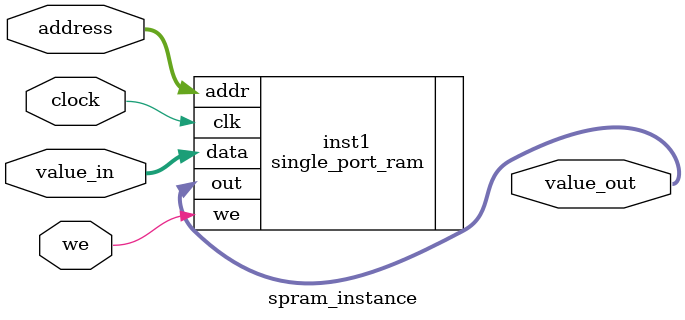
<source format=v>
module spram_instance(
	address,
	value_in,
	we,
	clock,
	value_out
);

	parameter WIDTH = 16;	// Bit width
	parameter DEPTH = 8;	// Bit depth

/*  Input Declaration */
	input	[DEPTH-1:0] 	address;
	input 	[WIDTH-1:0]		value_in;
	input 	we;
	input   clock;

	/*  Output Declaration */
	output	[WIDTH-1:0] 	value_out;

	defparam inst1.ADDR_WIDTH = DEPTH; 
	defparam inst1.DATA_WIDTH = WIDTH;
	single_port_ram inst1 (
		.addr	( address ),
		.data	( value_in ),
		.we		( we ),
		.clk    ( clock ),
		.out	( value_out )
	);

endmodule
</source>
